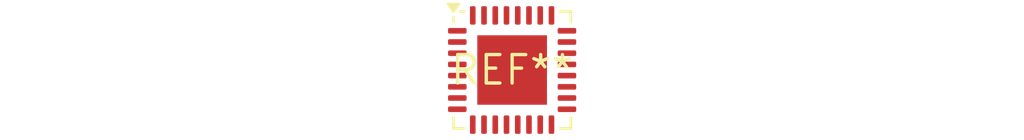
<source format=kicad_pcb>
(kicad_pcb (version 20240108) (generator pcbnew)
  (layers (0 "F.Cu" signal) (31 "B.Cu" signal) (34 "B.Paste" user) (35 "F.Paste" user) (36 "B.SilkS" user "B.Silkscreen") (37 "F.SilkS" user "F.Silkscreen") (38 "B.Mask" user) (39 "F.Mask" user) (44 "Edge.Cuts" user))
  (net 0 "")
  (footprint "LFCSP-32-1EP_5x5mm_P0.5mm_EP3.1x3.1mm" (layer "F.Cu") (at 0 0)
    (property "Reference" "REF**")
    (property "Value" "LFCSP-32-1EP_5x5mm_P0.5mm_EP3.1x3.1mm")
    (fp_line (start -2.61 -2.135) (end -2.61 -2.37) (layer "F.SilkS") (stroke (width 0.12)))
    (fp_line (start -2.61 2.61) (end -2.61 2.135) (layer "F.SilkS") (stroke (width 0.12)))
    (fp_line (start -2.135 -2.61) (end -2.31 -2.61) (layer "F.SilkS") (stroke (width 0.12)))
    (fp_line (start -2.135 2.61) (end -2.61 2.61) (layer "F.SilkS") (stroke (width 0.12)))
    (fp_line (start 2.135 -2.61) (end 2.61 -2.61) (layer "F.SilkS") (stroke (width 0.12)))
    (fp_line (start 2.135 2.61) (end 2.61 2.61) (layer "F.SilkS") (stroke (width 0.12)))
    (fp_line (start 2.61 -2.61) (end 2.61 -2.135) (layer "F.SilkS") (stroke (width 0.12)))
    (fp_line (start 2.61 2.61) (end 2.61 2.135) (layer "F.SilkS") (stroke (width 0.12)))
    (fp_poly (pts (xy -2.61 -2.61) (xy -2.85 -2.94) (xy -2.37 -2.94) (xy -2.61 -2.61)) (layer "F.SilkS") (stroke (width 0.12)) (fill solid))
    (pad "1" smd roundrect (at -2.4375 -1.75) (size 0.825 0.25) (layers "F.Cu" "F.Paste" "F.Mask"))
    (pad "2" smd roundrect (at -2.4375 -1.25) (size 0.825 0.25) (layers "F.Cu" "F.Paste" "F.Mask"))
    (pad "3" smd roundrect (at -2.4375 -0.75) (size 0.825 0.25) (layers "F.Cu" "F.Paste" "F.Mask"))
    (pad "4" smd roundrect (at -2.4375 -0.25) (size 0.825 0.25) (layers "F.Cu" "F.Paste" "F.Mask"))
    (pad "5" smd roundrect (at -2.4375 0.25) (size 0.825 0.25) (layers "F.Cu" "F.Paste" "F.Mask"))
    (pad "6" smd roundrect (at -2.4375 0.75) (size 0.825 0.25) (layers "F.Cu" "F.Paste" "F.Mask"))
    (pad "7" smd roundrect (at -2.4375 1.25) (size 0.825 0.25) (layers "F.Cu" "F.Paste" "F.Mask"))
    (pad "8" smd roundrect (at -2.4375 1.75) (size 0.825 0.25) (layers "F.Cu" "F.Paste" "F.Mask"))
    (pad "9" smd roundrect (at -1.75 2.4375) (size 0.25 0.825) (layers "F.Cu" "F.Paste" "F.Mask"))
    (pad "10" smd roundrect (at -1.25 2.4375) (size 0.25 0.825) (layers "F.Cu" "F.Paste" "F.Mask"))
    (pad "11" smd roundrect (at -0.75 2.4375) (size 0.25 0.825) (layers "F.Cu" "F.Paste" "F.Mask"))
    (pad "12" smd roundrect (at -0.25 2.4375) (size 0.25 0.825) (layers "F.Cu" "F.Paste" "F.Mask"))
    (pad "13" smd roundrect (at 0.25 2.4375) (size 0.25 0.825) (layers "F.Cu" "F.Paste" "F.Mask"))
    (pad "14" smd roundrect (at 0.75 2.4375) (size 0.25 0.825) (layers "F.Cu" "F.Paste" "F.Mask"))
    (pad "15" smd roundrect (at 1.25 2.4375) (size 0.25 0.825) (layers "F.Cu" "F.Paste" "F.Mask"))
    (pad "16" smd roundrect (at 1.75 2.4375) (size 0.25 0.825) (layers "F.Cu" "F.Paste" "F.Mask"))
    (pad "17" smd roundrect (at 2.4375 1.75) (size 0.825 0.25) (layers "F.Cu" "F.Paste" "F.Mask"))
    (pad "18" smd roundrect (at 2.4375 1.25) (size 0.825 0.25) (layers "F.Cu" "F.Paste" "F.Mask"))
    (pad "19" smd roundrect (at 2.4375 0.75) (size 0.825 0.25) (layers "F.Cu" "F.Paste" "F.Mask"))
    (pad "20" smd roundrect (at 2.4375 0.25) (size 0.825 0.25) (layers "F.Cu" "F.Paste" "F.Mask"))
    (pad "21" smd roundrect (at 2.4375 -0.25) (size 0.825 0.25) (layers "F.Cu" "F.Paste" "F.Mask"))
    (pad "22" smd roundrect (at 2.4375 -0.75) (size 0.825 0.25) (layers "F.Cu" "F.Paste" "F.Mask"))
    (pad "23" smd roundrect (at 2.4375 -1.25) (size 0.825 0.25) (layers "F.Cu" "F.Paste" "F.Mask"))
    (pad "24" smd roundrect (at 2.4375 -1.75) (size 0.825 0.25) (layers "F.Cu" "F.Paste" "F.Mask"))
    (pad "25" smd roundrect (at 1.75 -2.4375) (size 0.25 0.825) (layers "F.Cu" "F.Paste" "F.Mask"))
    (pad "26" smd roundrect (at 1.25 -2.4375) (size 0.25 0.825) (layers "F.Cu" "F.Paste" "F.Mask"))
    (pad "27" smd roundrect (at 0.75 -2.4375) (size 0.25 0.825) (layers "F.Cu" "F.Paste" "F.Mask"))
    (pad "28" smd roundrect (at 0.25 -2.4375) (size 0.25 0.825) (layers "F.Cu" "F.Paste" "F.Mask"))
    (pad "29" smd roundrect (at -0.25 -2.4375) (size 0.25 0.825) (layers "F.Cu" "F.Paste" "F.Mask"))
    (pad "30" smd roundrect (at -0.75 -2.4375) (size 0.25 0.825) (layers "F.Cu" "F.Paste" "F.Mask"))
    (pad "31" smd roundrect (at -1.25 -2.4375) (size 0.25 0.825) (layers "F.Cu" "F.Paste" "F.Mask"))
    (pad "32" smd roundrect (at -1.75 -2.4375) (size 0.25 0.825) (layers "F.Cu" "F.Paste" "F.Mask"))
    (pad "33" smd rect (at 0 0) (size 3.1 3.1) (property pad_prop_heatsink) (layers "F.Cu" "F.Mask"))
  )
)
</source>
